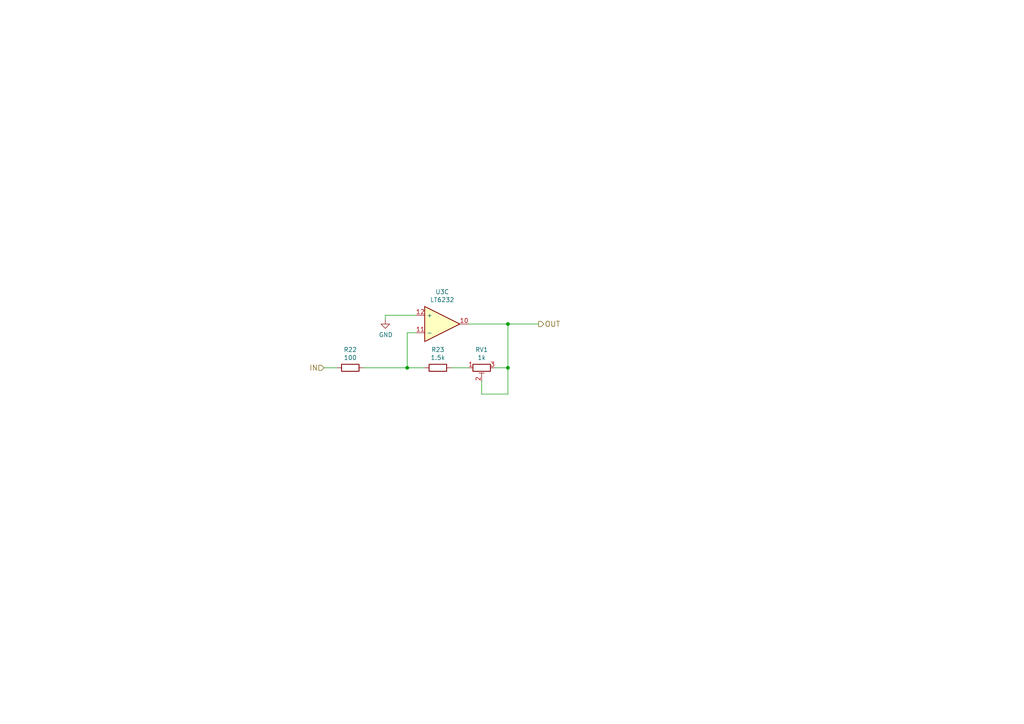
<source format=kicad_sch>
(kicad_sch (version 20230121) (generator eeschema)
  (paper "A4")
  (title_block (title "Low Noise Differential Amplifier") (date "2023-05-02") (rev "v1.1") (comment 1 "Copyright (©) 2023, Patrick Baus <patrick.baus@physik.tu-darmstadt.de>") (comment 2 "Licensed under CERN OHL v.1.2"))
  (lib_symbols
    (symbol "ADI:LT6232"
      (property "Reference" "U" (at 0 5.08 0))
      (property "Value" "LT6232" (at 0 -5.08 0))
      (symbol "LT6232_0_1"
        (polyline (pts (xy -5.08 5.08) (xy 5.08 0) (xy -5.08 -5.08) (xy -5.08 5.08)) (stroke (width 0.254)) (fill (type background)))
      )
      (symbol "LT6232_1_1"
        (pin output line (at 7.62 0 180) (length 2.54) (name "~") (number "1"))
        (pin input line (at -7.62 -2.54 0) (length 2.54) (name "-") (number "2"))
        (pin input line (at -7.62 2.54 0) (length 2.54) (name "+") (number "3"))
      )
      (symbol "LT6232_2_1"
        (pin input line (at -7.62 2.54 0) (length 2.54) (name "+") (number "5"))
        (pin input line (at -7.62 -2.54 0) (length 2.54) (name "-") (number "6"))
        (pin output line (at 7.62 0 180) (length 2.54) (name "~") (number "7"))
      )
      (symbol "LT6232_3_1"
        (pin output line (at 7.62 0 180) (length 2.54) (name "~") (number "10"))
        (pin input line (at -7.62 -2.54 0) (length 2.54) (name "-") (number "11"))
        (pin input line (at -7.62 2.54 0) (length 2.54) (name "+") (number "12"))
      )
      (symbol "LT6232_4_1"
        (pin input line (at -7.62 2.54 0) (length 2.54) (name "+") (number "14"))
        (pin input line (at -7.62 -2.54 0) (length 2.54) (name "-") (number "15"))
        (pin output line (at 7.62 0 180) (length 2.54) (name "~") (number "16"))
      )
      (symbol "LT6232_5_1"
        (pin power_in line (at -2.54 -7.62 90) (length 3.81) (name "V-") (number "13"))
        (pin power_in line (at -2.54 7.62 270) (length 3.81) (name "V+") (number "4"))
        (pin no_connect line (at 0 -6.35 90) (length 3.81) hide (name "~") (number "8"))
        (pin no_connect line (at 0 6.35 270) (length 3.81) hide (name "~") (number "9"))
      )
    )
    (symbol "Device:R" (pin_numbers hide) (pin_names (offset 0))
      (property "Reference" "R" (at 2.032 0 90))
      (property "Value" "R" (at 0 0 90))
      (symbol "R_0_1"
        (rectangle (start -1.016 -2.54) (end 1.016 2.54) (stroke (width 0.254)))
      )
      (symbol "R_1_1"
        (pin passive line (at 0 3.81 270) (length 1.27) (name "~") (number "1"))
        (pin passive line (at 0 -3.81 90) (length 1.27) (name "~") (number "2"))
      )
    )
    (symbol "Device:R_Potentiometer_Trim" (pin_names (offset 1.016) hide)
      (property "Reference" "RV" (at -4.445 0 90))
      (property "Value" "R_Potentiometer_Trim" (at -2.54 0 90))
      (symbol "R_Potentiometer_Trim_0_1"
        (polyline (pts (xy 1.524 0.762) (xy 1.524 -0.762)))
        (polyline (pts (xy 2.54 0) (xy 1.524 0)))
        (rectangle (start 1.016 2.54) (end -1.016 -2.54) (stroke (width 0.254)))
      )
      (symbol "R_Potentiometer_Trim_1_1"
        (pin passive line (at 0 3.81 270) (length 1.27) (name "1") (number "1"))
        (pin passive line (at 3.81 0 180) (length 1.27) (name "2") (number "2"))
        (pin passive line (at 0 -3.81 90) (length 1.27) (name "3") (number "3"))
      )
    )
    (symbol "power:GND" (power) (pin_names (offset 0))
      (property "Value" "GND" (at 0 -3.81 0))
      (symbol "GND_0_1"
        (polyline (pts (xy 0 0) (xy 0 -1.27) (xy 1.27 -1.27) (xy 0 -2.54) (xy -1.27 -1.27) (xy 0 -1.27)))
      )
      (symbol "GND_1_1"
        (pin power_in line (at 0 0 270) (length 0) hide (name "GND") (number "1"))
      )
    )
  )
  (junction (at 118.11 106.68))
  (junction (at 147.32 106.68))
  (junction (at 147.32 93.98))
  (wire (pts (xy 147.32 114.3) (xy 139.7 114.3)))
  (wire (pts (xy 118.11 106.68) (xy 123.19 106.68)))
  (wire (pts (xy 135.89 93.98) (xy 147.32 93.98)))
  (wire (pts (xy 118.11 96.52) (xy 118.11 106.68)))
  (wire (pts (xy 111.76 91.44) (xy 111.76 92.71)))
  (wire (pts (xy 97.79 106.68) (xy 93.98 106.68)))
  (wire (pts (xy 130.81 106.68) (xy 135.89 106.68)))
  (wire (pts (xy 120.65 91.44) (xy 111.76 91.44)))
  (wire (pts (xy 105.41 106.68) (xy 118.11 106.68)))
  (wire (pts (xy 147.32 93.98) (xy 156.21 93.98)))
  (wire (pts (xy 147.32 106.68) (xy 147.32 114.3)))
  (wire (pts (xy 147.32 93.98) (xy 147.32 106.68)))
  (wire (pts (xy 139.7 114.3) (xy 139.7 110.49)))
  (wire (pts (xy 143.51 106.68) (xy 147.32 106.68)))
  (wire (pts (xy 120.65 96.52) (xy 118.11 96.52)))
  (hierarchical_label "OUT" (shape output) (at 156.21 93.98 0) (effects (font (size 1.524 1.524))))
  (hierarchical_label "IN" (shape input) (at 93.98 106.68 180) (effects (font (size 1.524 1.524))))
  (symbol (lib_id "ADI:LT6232") (at 128.27 93.98 0) (unit 3)
    (property "Reference" "U3" (at 128.27 84.6582 0))
    (property "Value" "LT6232" (at 128.27 86.9696 0))
    (property "Footprint" "Package_SO:SSOP-16_3.9x4.9mm_P0.635mm" (effects hide))
    (property "MFN" "Analog Devices" (effects hide))
    (property "PN" "LT6232CGN#PBF" (effects hide))
  )
  (symbol (lib_id "power:GND") (at 111.76 92.71 0) (unit 1)
    (property "Reference" "#PWR021" (effects hide))
    (property "Value" "GND" (at 111.887 97.1042 0))
  )
  (symbol (lib_id "Device:R") (at 101.6 106.68 270) (unit 1)
    (property "Reference" "R22" (at 101.6 101.4222 90))
    (property "Value" "100" (at 101.6 103.7336 90))
    (property "Footprint" "Resistor_SMD:R_1206_3216Metric" (effects hide))
    (property "MFN" "Susumu" (effects hide))
    (property "PN" "RG3216P-1000-B-T5" (effects hide))
  )
  (symbol (lib_id "Device:R") (at 127 106.68 270) (unit 1)
    (property "Reference" "R23" (at 127 101.4222 90))
    (property "Value" "1.5k" (at 127 103.7336 90))
    (property "Footprint" "Resistor_SMD:R_1206_3216Metric" (effects hide))
    (property "MFN" "Susumu" (effects hide))
    (property "PN" "RG3216P-1501-B-T1" (effects hide))
  )
  (symbol (lib_id "Device:R_Potentiometer_Trim") (at 139.7 106.68 90) (mirror x) (unit 1)
    (property "Reference" "RV1" (at 139.7 101.4222 90))
    (property "Value" "1k" (at 139.7 103.7336 90))
    (property "Footprint" "Potentiometer_THT:Potentiometer_Bourns_3296Y_Vertical" (effects hide))
    (property "MFN" "Bourns" (effects hide))
    (property "PN" "3296Y-1-102" (effects hide))
  )
)
</source>
